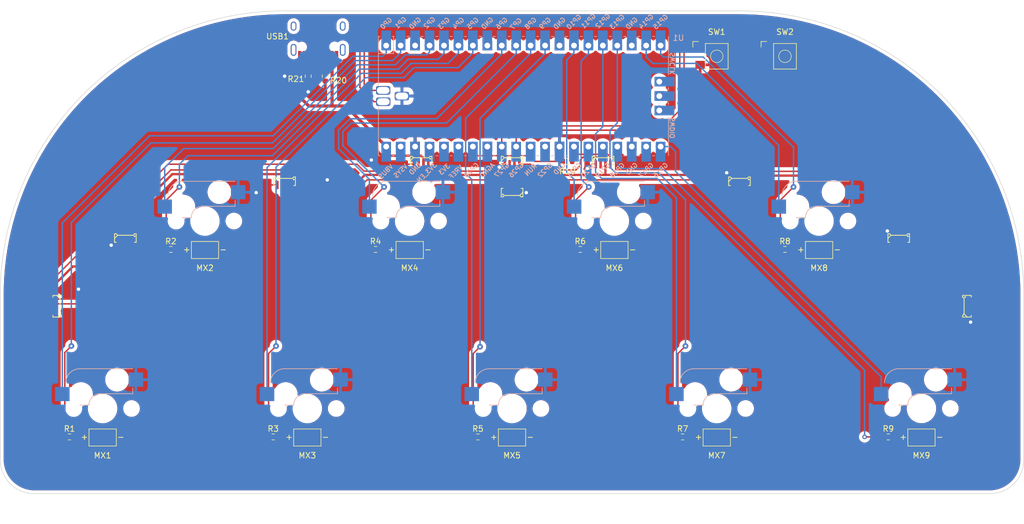
<source format=kicad_pcb>
(kicad_pcb (version 20211014) (generator pcbnew)
  (title_block (title "Pico Controller for Pop'n Music"))
  (layers (0 "F.Cu" signal) (31 "B.Cu" signal) (34 "B.Paste" user) (35 "F.Paste" user) (36 "B.SilkS" user "B.Silkscreen") (37 "F.SilkS" user "F.Silkscreen") (38 "B.Mask" user) (39 "F.Mask" user) (44 "Edge.Cuts" user))
  (net 0 "")
  (net 1 "Net-(LED1-Pad1)")
  (net 2 "GND")
  (net 3 "Net-(LED1-Pad3)")
  (net 4 "+5V")
  (net 5 "Net-(LED2-Pad3)")
  (net 6 "Net-(LED3-Pad3)")
  (net 7 "Net-(LED4-Pad3)")
  (net 8 "Net-(LED5-Pad3)")
  (net 9 "Net-(LED6-Pad3)")
  (net 10 "Net-(LED7-Pad3)")
  (net 11 "Net-(LED8-Pad3)")
  (net 12 "Net-(LED10-Pad1)")
  (net 14 "Net-(MX1-Pad3)")
  (net 15 "Net-(MX1-Pad1)")
  (net 16 "Net-(MX2-Pad3)")
  (net 17 "Net-(MX2-Pad1)")
  (net 18 "Net-(MX3-Pad3)")
  (net 19 "Net-(MX3-Pad1)")
  (net 20 "Net-(MX4-Pad3)")
  (net 21 "Net-(MX4-Pad1)")
  (net 22 "Net-(MX5-Pad3)")
  (net 23 "Net-(MX5-Pad1)")
  (net 24 "Net-(MX6-Pad3)")
  (net 25 "Net-(MX6-Pad1)")
  (net 26 "Net-(MX7-Pad3)")
  (net 27 "Net-(MX7-Pad1)")
  (net 28 "Net-(MX8-Pad3)")
  (net 29 "Net-(MX8-Pad1)")
  (net 30 "Net-(MX9-Pad3)")
  (net 31 "Net-(MX9-Pad1)")
  (net 32 "Net-(R20-Pad1)")
  (net 33 "Net-(R21-Pad1)")
  (net 34 "Net-(R1-Pad1)")
  (net 35 "Net-(R2-Pad1)")
  (net 36 "Net-(R3-Pad1)")
  (net 37 "Net-(R4-Pad1)")
  (net 38 "Net-(R5-Pad1)")
  (net 39 "Net-(R6-Pad1)")
  (net 40 "Net-(R7-Pad1)")
  (net 41 "Net-(R8-Pad1)")
  (net 42 "Net-(U1-Pad24)")
  (net 43 "Net-(R10-Pad1)")
  (net 44 "Net-(SW1-Pad1)")
  (net 45 "Net-(SW2-Pad1)")
  (net 46 "Net-(U1-PadTP2)")
  (net 47 "Net-(U1-PadTP3)")
  (footprint "MX_Only:MXOnly-Popn_Button-Hotswap-LED" (layer "F.Cu") (at 183.32 132.4)
    (fp_text reference "MX7")
    (fp_text value "MX-BUTTON")
  )
  (footprint "agg:WS2812B-4020" (layer "F.Cu") (at 147.32 88.750644)
    (fp_text reference "LED2")
    (fp_text value "WS2812B-4020")
  )
  (footprint "Resistor_SMD:R_0603_1608Metric" (layer "F.Cu") (at 69.495 137.4)
    (fp_text reference "R1")
    (fp_text value "220R")
  )
  (footprint "Resistor_SMD:R_0603_1608Metric" (layer "F.Cu") (at 157.07 88.9)
    (fp_text reference "R10")
    (fp_text value "220R")
  )
  (footprint "Resistor_SMD:R_0603_1608Metric" (layer "F.Cu") (at 195.32 104.4)
    (fp_text reference "R8")
    (fp_text value "220R")
  )
  (footprint "MX_Only:MXOnly-Popn_Button-Hotswap-LED" (layer "F.Cu") (at 219.32 132.4)
    (fp_text reference "MX9")
    (fp_text value "MX-BUTTON")
  )
  (footprint "agg:WS2812B-4020" (layer "F.Cu") (at 187.32 92.4)
    (fp_text reference "LED8")
    (fp_text value "WS2812B-4020")
  )
  (footprint "agg:WS2812B-4020" (layer "F.Cu") (at 163.32 88.750644)
    (fp_text reference "LED1")
    (fp_text value "WS2812B-4020")
  )
  (footprint "Resistor_SMD:R_0603_1608Metric" (layer "F.Cu") (at 159.32 104.4)
    (fp_text reference "R6")
    (fp_text value "220R")
  )
  (footprint "Resistor_SMD:R_0603_1608Metric" (layer "F.Cu") (at 123.32 104.4)
    (fp_text reference "R4")
    (fp_text value "220R")
  )
  (footprint "agg:WS2812B-4020" (layer "F.Cu") (at 147.32 94.4 180)
    (fp_text reference "LED7")
    (fp_text value "WS2812B-4020")
  )
  (footprint "Resistor_SMD:R_0603_1608Metric" (layer "F.Cu") (at 105.32 137.4)
    (fp_text reference "R3")
    (fp_text value "220R")
  )
  (footprint "MX_Only:MXOnly-Popn_Button-Hotswap-LED" (layer "F.Cu") (at 201.32 99.4)
    (fp_text reference "MX8")
    (fp_text value "MX-BUTTON")
  )
  (footprint "agg:WS2812B-4020" (layer "F.Cu") (at 131.32 88.750644)
    (fp_text reference "LED3")
    (fp_text value "WS2812B-4020")
  )
  (footprint "MX_Only:MXOnly-Popn_Button-Hotswap-LED" (layer "F.Cu") (at 75.32 132.4)
    (fp_text reference "MX1")
    (fp_text value "MX-BUTTON")
  )
  (footprint "agg:WS2812B-4020" (layer "F.Cu") (at 79.32 102.4)
    (fp_text reference "LED5")
    (fp_text value "WS2812B-4020")
  )
  (footprint "MX_Only:MXOnly-Popn_Button-Hotswap-LED" (layer "F.Cu") (at 147.32 132.4)
    (fp_text reference "MX5")
    (fp_text value "MX-BUTTON")
  )
  (footprint "MX_Only:MXOnly-Popn_Button-Hotswap-LED" (layer "F.Cu") (at 129.32 99.4)
    (fp_text reference "MX4")
    (fp_text value "MX-BUTTON")
  )
  (footprint "MX_Only:MXOnly-Popn_Button-Hotswap-LED" (layer "F.Cu") (at 165.32 99.4)
    (fp_text reference "MX6")
    (fp_text value "MX-BUTTON")
  )
  (footprint "Resistor_SMD:R_0603_1608Metric" (layer "F.Cu") (at 114.47 73.9 -90)
    (fp_text reference "R20")
    (fp_text value "5K1")
  )
  (footprint "MX_Only:MXOnly-Popn_Button-Hotswap-LED" (layer "F.Cu") (at 93.32 99.4)
    (fp_text reference "MX2")
    (fp_text value "MX-BUTTON")
  )
  (footprint "Resistor_SMD:R_0603_1608Metric" (layer "F.Cu") (at 87.32 104.4)
    (fp_text reference "R2")
    (fp_text value "220R")
  )
  (footprint "Resistor_SMD:R_0603_1608Metric" (layer "F.Cu") (at 111.47 73.9 -90)
    (fp_text reference "R21")
    (fp_text value "5K1")
  )
  (footprint "K2-1102SP-C4SC-04:KAN4542-0701C" (layer "F.Cu") (at 183.32 70.4)
    (fp_text reference "SW1")
    (fp_text value "KAN4542-0701C")
  )
  (footprint "Resistor_SMD:R_0603_1608Metric" (layer "F.Cu") (at 177.32 137.4)
    (fp_text reference "R7")
    (fp_text value "220R")
  )
  (footprint "agg:WS2812B-4020" (layer "F.Cu") (at 67.32 114.4 -90)
    (fp_text reference "LED4")
    (fp_text value "WS2812B-4020")
  )
  (footprint "agg:WS2812B-4020" (layer "F.Cu") (at 227.32 114.4 90)
    (fp_text reference "LED10")
    (fp_text value "WS2812B-4020")
  )
  (footprint "K2-1102SP-C4SC-04:KAN4542-0701C" (layer "F.Cu") (at 195.32 70.4)
    (fp_text reference "SW2")
    (fp_text value "KAN4542-0701C")
  )
  (footprint "agg:WS2812B-4020" (layer "F.Cu") (at 107.32 92.4)
    (fp_text reference "LED6")
    (fp_text value "WS2812B-4020")
  )
  (footprint "MX_Only:MXOnly-Popn_Button-Hotswap-LED" (layer "F.Cu") (at 111.32 132.4)
    (fp_text reference "MX3")
    (fp_text value "MX-BUTTON")
  )
  (footprint "Resistor_SMD:R_0603_1608Metric" (layer "F.Cu") (at 213.495 137.4)
    (fp_text reference "R9")
    (fp_text value "220R")
  )
  (footprint "agg:WS2812B-4020" (layer "F.Cu") (at 215.32 102.4)
    (fp_text reference "LED9")
    (fp_text value "WS2812B-4020")
  )
  (footprint "Resistor_SMD:R_0603_1608Metric" (layer "F.Cu") (at 141.32 137.4)
    (fp_text reference "R5")
    (fp_text value "220R")
  )
  (footprint "Type-C:HRO-TYPE-C-31-M-12-Assembly" (layer "F.Cu") (at 113.22 62.4875 180)
    (fp_text reference "USB1")
    (fp_text value "U262-161N-4BVC11")
  )
  (footprint "MCU_RaspberryPi_and_Boards:RPi_Pico_SMD" (layer "B.Cu") (at 149.32 77.4 -90)
    (fp_text reference "U1")
    (fp_text value "Pico")
  )
  (gr_arc (start 57.32 112.4) (mid 71.964661 77.044661) (end 107.32 62.4) (layer "Edge.Cuts") (width 0.1))
  (gr_line (start 63.32 147.4) (end 231.32 147.4) (layer "Edge.Cuts") (width 0.1))
  (gr_line (start 57.32 112.4) (end 57.32 141.4) (layer "Edge.Cuts") (width 0.1))
  (gr_line (start 237.32 141.4) (end 237.32 112.4) (layer "Edge.Cuts") (width 0.1))
  (gr_arc (start 237.32 141.4) (mid 235.562641 145.642641) (end 231.32 147.4) (layer "Edge.Cuts") (width 0.1))
  (gr_line (start 187.32 62.4) (end 107.32 62.4) (layer "Edge.Cuts") (width 0.1))
  (gr_arc (start 63.32 147.4) (mid 59.077359 145.642641) (end 57.32 141.4) (layer "Edge.Cuts") (width 0.1))
  (gr_arc (start 187.32 62.4) (mid 222.675339 77.044661) (end 237.32 112.4) (layer "Edge.Cuts") (width 0.1))
  (segment (start 164.595 89.400644) (end 164.595 88.100322) (width 0.25) (layer "F.Cu") (net 1))
  (segment (start 164.595 88.100322) (end 164.144678 87.65) (width 0.25) (layer "F.Cu") (net 1))
  (segment (start 157.895 88.075) (end 157.895 88.9) (width 0.25) (layer "F.Cu") (net 1))
  (segment (start 158.32 87.65) (end 157.895 88.075) (width 0.25) (layer "F.Cu") (net 1))
  (segment (start 164.144678 87.65) (end 158.32 87.65) (width 0.25) (layer "F.Cu") (net 1))
  (segment (start 122.57 88.65) (end 123.320644 89.400644) (width 0.25) (layer "F.Cu") (net 2))
  (segment (start 130.27 83.6) (end 129.07 82.4) (width 0.6) (layer "F.Cu") (net 2))
  (segment (start 118.57 76.15) (end 118.57 73.4) (width 0.6) (layer "F.Cu") (net 2))
  (segment (start 145.57 89.4) (end 145.570644 89.400644) (width 0.25) (layer "F.Cu") (net 2))
  (segment (start 149.17 93.75) (end 148.595 93.75) (width 0.25) (layer "F.Cu") (net 2))
  (segment (start 214.045 101.875) (end 214.045 103.05) (width 0.25) (layer "F.Cu") (net 2))
  (segment (start 66.67 113.125) (end 69.345 113.125) (width 0.25) (layer "F.Cu") (net 2))
  (segment (start 106.045 93.05) (end 103.67 93.05) (width 0.25) (layer "F.Cu") (net 2))
  (segment (start 124.82 82.4) (end 118.57 76.15) (width 0.6) (layer "F.Cu") (net 2))
  (segment (start 145.07 89.9) (end 145.57 89.4) (width 0.25) (layer "F.Cu") (net 2))
  (segment (start 129.07 82.4) (end 124.82 82.4) (width 0.6) (layer "F.Cu") (net 2))
  (segment (start 145.570644 89.400644) (end 146.045 89.400644) (width 0.25) (layer "F.Cu") (net 2))
  (segment (start 161.319356 89.400644) (end 160.57 90.15) (width 0.25) (layer "F.Cu") (net 2))
  (segment (start 213.32 101.15) (end 214.045 101.875) (width 0.25) (layer "F.Cu") (net 2))
  (segment (start 162.045 89.400644) (end 161.319356 89.400644) (width 0.25) (layer "F.Cu") (net 2))
  (segment (start 76.82 103.65) (end 77.42 103.05) (width 0.25) (layer "F.Cu") (net 2))
  (segment (start 123.320644 89.400644) (end 130.045 89.400644) (width 0.25) (layer "F.Cu") (net 2))
  (segment (start 69.345 113.125) (end 71.07 111.4) (width 0.25) (layer "F.Cu") (net 2))
  (segment (start 186.045 91.875) (end 185.07 90.9) (width 0.25) (layer "F.Cu") (net 2))
  (segment (start 118.57 73.4) (end 116.445 71.275) (width 0.6) (layer "F.Cu") (net 2))
  (segment (start 77.42 103.05) (end 78.045 103.05) (width 0.25) (layer "F.Cu") (net 2))
  (segment (start 109.995 71.225) (end 108.82 72.4) (width 0.25) (layer "F.Cu") (net 2))
  (segment (start 116.445 71.275) (end 116.445 70.1825) (width 0.6) (layer "F.Cu") (net 2))
  (segment (start 130.27 86.29) (end 130.27 83.6) (width 0.6) (layer "F.Cu") (net 2))
  (segment (start 186.045 93.05) (end 186.045 91.875) (width 0.25) (layer "F.Cu") (net 2))
  (segment (start 108.82 72.4) (end 107.32 73.9) (width 0.25) (layer "F.Cu") (net 2))
  (segment (start 149.82 94.4) (end 149.17 93.75) (width 0.25) (layer "F.Cu") (net 2))
  (segment (start 227.97 115.675) (end 227.97 117.198093) (width 0.25) (layer "F.Cu") (net 2))
  (segment (start 109.995 70.1825) (end 109.995 71.225) (width 0.25) (layer "F.Cu") (net 2))
  (segment (start 103.67 93.05) (end 102.32 94.4) (width 0.25) (layer "F.Cu") (net 2))
  (via (at 76.82 103.65) (size 1) (drill 0.6) (layers "F.Cu" "B.Cu") (net 2))
  (via (at 107.32 73.9) (size 1) (drill 0.6) (layers "F.Cu" "B.Cu") (net 2))
  (via (at 102.32 94.4) (size 1) (drill 0.6) (layers "F.Cu" "B.Cu") (net 2))
  (via (at 122.57 88.65) (size 1) (drill 0.6) (layers "F.Cu" "B.Cu") (net 2))
  (via (at 227.96793 117.200163) (size 1) (drill 0.6) (layers "F.Cu" "B.Cu") (net 2))
  (via (at 149.82 94.4) (size 1) (drill 0.6) (layers "F.Cu" "B.Cu") (net 2))
  (via (at 145.07 89.9) (size 1) (drill 0.6) (layers "F.Cu" "B.Cu") (net 2))
  (via (at 111.47 76.65) (size 1) (drill 0.6) (layers "F.Cu" "B.Cu") (net 2))
  (via (at 160.57 90.15) (size 1) (drill 0.6) (layers "F.Cu" "B.Cu") (net 2))
  (via (at 185.07 90.9) (size 1) (drill 0.6) (layers "F.Cu" "B.Cu") (net 2))
  (via (at 114.82 92.15) (size 1) (drill 0.6) (layers "F.Cu" "B.Cu") (net 2))
  (via (at 213.32 101.15) (size 1) (drill 0.6) (layers "F.Cu" "B.Cu") (net 2))
  (via (at 71.07 111.4) (size 1) (drill 0.6) (layers "F.Cu" "B.Cu") (net 2))
  (segment (start 158.57 90.4) (end 151.57 90.4) (width 0.25) (layer "F.Cu") (net 3))
  (segment (start 162.57 88.15) (end 159.82 88.15) (width 0.25) (layer "F.Cu") (net 3))
  (segment (start 151.57 90.4) (end 150.570644 89.400644) (width 0.25) (layer "F.Cu") (net 3))
  (segment (start 159.32 89.65) (end 158.57 90.4) (width 0.25) (layer "F.Cu") (net 3))
  (segment (start 159.32 88.65) (end 159.32 89.65) (width 0.25) (layer "F.Cu") (net 3))
  (segment (start 162.895 88.475) (end 162.57 88.15) (width 0.25) (layer "F.Cu") (net 3))
  (segment (start 150.570644 89.400644) (end 148.595 89.400644) (width 0.25) (layer "F.Cu") (net 3))
  (segment (start 162.895 89.400644) (end 162.895 88.475) (width 0.25) (layer "F.Cu") (net 3))
  (segment (start 159.82 88.15) (end 159.32 88.65) (width 0.25) (layer "F.Cu") (net 3))
  (segment (start 118.05 79.15) (end 125.19 86.29) (width 0.55) (layer "F.Cu") (net 4))
  (segment (start 229.57 112.65) (end 229.57 113.65) (width 0.4) (layer "F.Cu") (net 4))
  (segment (start 70.07 107.4) (end 65.07 112.4) (width 0.4) (layer "F.Cu") (net 4))
  (segment (start 108.57 95.15) (end 107.745 94.325) (width 0.4) (layer "F.Cu") (net 4))
  (segment (start 163.692779 91.277221) (end 180.692779 91.277221) (width 0.4) (layer "F.Cu") (net 4))
  (segment (start 163.692779 91.277221) (end 147.692779 91.277221) (width 0.4) (layer "F.Cu") (net 4))
  (segment (start 146.895 91.9) (end 146.895 93.75) (width 0.4) (layer "F.Cu") (net 4))
  (segment (start 147.692779 91.277221) (end 147.442779 91.277221) (width 0.4) (layer "F.Cu") (net 4))
  (segment (start 229.245 113.975) (end 227.97 113.975) (width 0.4) (layer "F.Cu") (net 4))
  (segment (start 187.745 91.85) (end 188.195 91.4) (width 0.4) (layer "F.Cu") (net 4))
  (segment (start 111.32 78.9) (end 111.57 79.15) (width 0.55) (layer "F.Cu") (net 4))
  (segment (start 76.57 107.4) (end 70.07 107.4) (width 0.4) (layer "F.Cu") (net 4))
  (segment (start 115.67 70.1825) (end 115.67 79.15) (width 0.55) (layer "F.Cu") (net 4))
  (segment (start 220.57 112.15) (end 229.07 112.15) (width 0.4) (layer "F.Cu") (net 4))
  (segment (start 163.745 91.225) (end 163.692779 91.277221) (width 0.4) (layer "F.Cu") (net 4))
  (segment (start 215.745 95.825) (end 215.745 103.05) (width 0.4) (layer "F.Cu") (net 4))
  (segment (start 125.19 86.29) (end 125.19 87.52) (width 0.4) (layer "F.Cu") (net 4))
  (segment (start 187.745 93.05) (end 187.745 91.85) (width 0.4) (layer "F.Cu") (net 4))
  (segment (start 107.745 93.05) (end 107.745 91.575) (width 0.4) (layer "F.Cu") (net 4))
  (segment (start 87.57 91.15) (end 79.745 98.975) (width 0.4) (layer "F.Cu") (net 4))
  (segment (start 229.07 112.15) (end 229.57 112.65) (width 0.4) (layer "F.Cu") (net 4))
  (segment (start 163.745 89.400644) (end 163.745 91.225) (width 0.4) (layer "F.Cu") (net 4))
  (segment (start 111.57 79.15) (end 118.07 79.15) (width 0.55) (layer "F.Cu") (net 4))
  (segment (start 211.32 91.4) (end 215.745 95.825) (width 0.4) (layer "F.Cu") (net 4))
  (segment (start 117.57 95.15) (end 108.57 95.15) (width 0.4) (layer "F.Cu") (net 4))
  (segment (start 110.77 71.7) (end 110.77 70.1825) (width 0.55) (layer "F.Cu") (net 4))
  (segment (start 121.442779 91.277221) (end 117.57 95.15) (width 0.4) (layer "F.Cu") (net 4))
  (segment (start 147.745 91.225) (end 147.692779 91.277221) (width 0.25) (layer "F.Cu") (net 4))
  (segment (start 180.692779 91.277221) (end 180.697221 91.277221) (width 0.4) (layer "F.Cu") (net 4))
  (segment (start 107.745 94.325) (end 107.745 93.05) (width 0.4) (layer "F.Cu") (net 4))
  (segment (start 79.745 104.225) (end 76.57 107.4) (width 0.4) (layer "F.Cu") (net 4))
  (segment (start 187.32 94.65) (end 187.745 94.225) (width 0.4) (layer "F.Cu") (net 4))
  (segment (start 188.195 91.4) (end 211.32 91.4) (width 0.4) (layer "F.Cu") (net 4))
  (segment (start 109.57 77.15) (end 109.57 72.9) (width 0.55) (layer "F.Cu") (net 4))
  (segment (start 147.745 89.400644) (end 147.745 91.225) (width 0.4) (layer "F.Cu") (net 4))
  (segment (start 229.57 113.65) (end 229.245 113.975) (width 0.4) (layer "F.Cu") (net 4))
  (segment (start 125.57 87.9) (end 131.32 87.9) (width 0.4) (layer "F.Cu") (net 4))
  (segment (start 187.745 94.225) (end 187.745 93.05) (width 0.4) (layer "F.Cu") (net 4))
  (segment (start 65.07 114.4) (end 65.495 114.825) (width 0.4) (layer "F.Cu") (net 4))
  (segment (start 131.745 88.325) (end 131.745 89.400644) (width 0.4) (layer "F.Cu") (net 4))
  (segment (start 125.19 87.52) (end 125.57 87.9) (width 0.4) (layer "F.Cu") (net 4))
  (segment (start 215.745 107.325) (end 220.57 112.15) (width 0.4) (layer "F.Cu") (net 4))
  (segment (start 131.32 87.9) (end 131.745 88.325) (width 0.4) (layer "F.Cu") (net 4))
  (segment (start 111.32 78.9) (end 109.57 77.15) (width 0.55) (layer "F.Cu") (net 4))
  (segment (start 109.57 72.9) (end 110.77 71.7) (width 0.55) (layer "F.Cu") (net 4))
  (segment (start 107.32 91.15) (end 87.57 91.15) (width 0.4) (layer "F.Cu") (net 4))
  (segment (start 184.07 94.65) (end 187.32 94.65) (width 0.4) (layer "F.Cu") (net 4))
  (segment (start 107.745 91.575) (end 107.32 91.15) (width 0.4) (layer "F.Cu") (net 4))
  (segment (start 147.442779 91.277221) (end 146.82 91.9) (width 0.4) (layer "F.Cu") (net 4))
  (segment (start 65.495 114.825) (end 66.67 114.825) (width 0.4) (layer "F.Cu") (net 4))
  (segment (start 79.745 98.975) (end 79.745 103.05) (width 0.4) (layer "F.Cu") (net 4))
  (segment (start 180.697221 91.277221) (end 184.07 94.65) (width 0.4) (layer "F.Cu") (net 4))
  (segment (start 79.745 103.05) (end 79.745 104.225) (width 0.4) (layer "F.Cu") (net 4))
  (segment (start 146.82 91.9) (end 144.32 91.9) (width 0.4) (layer "F.Cu") (net 4))
  (segment (start 143.697221 91.277221) (end 121.442779 91.277221) (width 0.4) (layer "F.Cu") (net 4))
  (segment (start 65.07 112.4) (end 65.07 114.4) (width 0.4) (layer "F.Cu") (net 4))
  (segment (start 131.745 89.400644) (end 131.745 91.225) (width 0.4) (layer "F.Cu") (net 4))
  (segment (start 144.32 91.9) (end 143.697221 91.277221) (width 0.4) (layer "F.Cu") (net 4))
  (segment (start 215.745 103.05) (end 215.745 107.325) (width 0.4) (layer "F.Cu") (net 4))
  (segment (start 144.16015 90.624455) (end 132.827305 90.624455) (width 0.25) (layer "F.Cu") (net 5))
  (segment (start 146.895 89.400644) (end 146.895 90.575) (width 0.25) (layer "F.Cu") (net 5))
  (segment (start 132.595 90.39215) (end 132.595 89.400644) (width 0.25) (layer "F.Cu") (net 5))
  (segment (start 132.827305 90.624455) (end 132.595 90.39215) (width 0.25) (layer "F.Cu") (net 5))
  (segment (start 144.685695 91.15) (end 144.16015 90.624455) (width 0.25) (layer "F.Cu") (net 5))
  (segment (start 146.32 91.15) (end 144.685695 91.15) (width 0.25) (layer "F.Cu") (net 5))
  (segment (start 146.895 90.575) (end 146.32 91.15) (width 0.25) (layer "F.Cu") (net 5))
  (segment (start 120.07 89.4) (end 86.82 89.4) (width 0.25) (layer "F.Cu") (net 6))
  (segment (start 64.32 111.9) (end 64.32 115.025) (width 0.25) (layer "F.Cu") (net 6))
  (segment (start 64.97 115.675) (end 66.67 115.675) (width 0.25) (layer "F.Cu") (net 6))
  (segment (start 130.895 90.352357) (end 130.633127 90.61423) (width 0.25) (layer "F.Cu") (net 6))
  (segment (start 64.32 115.025) (end 64.97 115.675) (width 0.25) (layer "F.Cu") (net 6))
  (segment (start 130.633127 90.61423) (end 121.28423 90.61423) (width 0.25) (layer "F.Cu") (net 6))
  (segment (start 130.895 89.400644) (end 130.895 90.352357) (width 0.25) (layer "F.Cu") (net 6))
  (segment (start 86.82 89.4) (end 64.32 111.9) (width 0.25) (layer "F.Cu") (net 6))
  (segment (start 121.28423 90.61423) (end 120.07 89.4) (width 0.25) (layer "F.Cu") (net 6))
  (segment (start 80.595 103.05) (end 80.595 104.375) (width 0.25) (layer "F.Cu") (net 7))
  (segment (start 70.995 113.975) (end 66.67 113.975) (width 0.25) (layer "F.Cu") (net 7))
  (segment (start 80.595 104.375) (end 70.995 113.975) (width 0.25) (layer "F.Cu") (net 7))
  (segment (start 78.895 98.825) (end 78.895 103.05) (width 0.25) (layer "F.Cu") (net 8))
  (segment (start 108.57 92.509817) (end 108.57 91.4) (width 0.25) (layer "F.Cu") (net 8))
  (segment (start 107.57 90.4) (end 87.32 90.4) (width 0.25) (layer "F.Cu") (net 8))
  (segment (start 108.595 92.534817) (end 108.57 92.509817) (width 0.25) (layer "F.Cu") (net 8))
  (segment (start 108.595 93.05) (end 108.595 92.534817) (width 0.25) (layer "F.Cu") (net 8))
  (segment (start 108.57 91.4) (end 107.57 90.4) (width 0.25) (layer "F.Cu") (net 8))
  (segment (start 87.32 90.4) (end 78.895 98.825) (width 0.25) (layer "F.Cu") (net 8))
  (segment (start 143.373059 92.15) (end 121.82 92.15) (width 0.25) (layer "F.Cu") (net 9))
  (segment (start 144.973059 93.75) (end 143.373059 92.15) (width 0.25) (layer "F.Cu") (net 9))
  (segment (start 106.895 94.475) (end 106.895 93.05) (width 0.25) (layer "F.Cu") (net 9))
  (segment (start 118.07 95.9) (end 108.32 95.9) (width 0.25) (layer "F.Cu") (net 9))
  (segment (start 121.82 92.15) (end 118.07 95.9) (width 0.25) (layer "F.Cu") (net 9))
  (segment (start 146.045 93.75) (end 144.973059 93.75) (width 0.25) (layer "F.Cu") (net 9))
  (segment (start 108.32 95.9) (end 106.895 94.475) (width 0.25) (layer "F.Cu") (net 9))
  (segment (start 147.745 93.75) (end 147.745 92.475) (width 0.25) (layer "F.Cu") (net 10))
  (segment (start 180.57 92.15) (end 183.82 95.4) (width 0.25) (layer "F.Cu") (net 10))
  (segment (start 183.82 95.4) (end 187.82 95.4) (width 0.25) (layer "F.Cu") (net 10))
  (segment (start 148.07 92.15) (end 180.57 92.15) (width 0.25) (layer "F.Cu") (net 10))
  (segment (start 188.595 94.625) (end 188.595 93.05) (width 0.25) (layer "F.Cu") (net 10))
  (segment (start 187.82 95.4) (end 188.595 94.625) (width 0.25) (layer "F.Cu") (net 10))
  (segment (start 147.745 92.475) (end 148.07 92.15) (width 0.25) (layer "F.Cu") (net 10))
  (segment (start 216.595 95.675) (end 211.57 90.65) (width 0.25) (layer "F.Cu") (net 11))
  (segment (start 186.895 91.325) (end 186.895 93.05) (width 0.25) (layer "F.Cu") (net 11))
  (segment (start 216.595 103.05) (end 216.595 95.675) (width 0.25) (layer "F.Cu") (net 11))
  (segment (start 187.57 90.65) (end 186.895 91.325) (width 0.25) (layer "F.Cu") (net 11))
  (segment (start 211.57 90.65) (end 187.57 90.65) (width 0.25) (layer "F.Cu") (net 11))
  (segment (start 220.295 113.125) (end 227.97 113.125) (width 0.25) (layer "F.Cu") (net 12))
  (segment (start 214.895 103.05) (end 214.895 107.725) (width 0.25) (layer "F.Cu") (net 12))
  (segment (start 214.895 107.725) (end 220.295 113.125) (width 0.25) (layer "F.Cu") (net 12))
  (segment (start 70.4 137.48) (end 70.32 137.4) (width 0.25) (layer "F.Cu") (net 14))
  (segment (start 73.82 137.48) (end 70.4 137.48) (width 0.25) (layer "F.Cu") (net 14))
  (segment (start 125.19 68.51) (end 125.19 69.78) (width 0.25) (layer "B.Cu") (net 15))
  (segment (start 83.57 84.4) (end 68.235 99.735) (width 0.25) (layer "B.Cu") (net 15))
  (segment (start 68.235 99.735) (end 68.235 129.86) (width 0.25) (layer "B.Cu") (net 15))
  (segment (start 105.32 84.4) (end 83.57 84.4) (width 0.25) (layer "B.Cu") (net 15))
  (segment (start 119.32 70.4) (end 105.32 84.4) (width 0.25) (layer "B.Cu") (net 15))
  (segment (start 125.19 69.78) (end 124.57 70.4) (width 0.25) (layer "B.Cu") (net 15))
  (segment (start 124.57 70.4) (end 119.32 70.4) (width 0.25) (layer "B.Cu") (net 15))
  (segment (start 88.225 104.48) (end 88.145 104.4) (width 0.25) (layer "F.Cu") (net 16))
  (segment (start 91.82 104.48) (end 88.225 104.48) (width 0.25) (layer "F.Cu") (net 16))
  (segment (start 105.32 86.65) (end 89.57 86.65) (width 0.25) (layer "B.Cu") (net 17))
  (segment (start 86.235 89.985) (end 86.235 96.86) (width 0.25) (layer "B.Cu") (net 17))
  (segment (start 120.07 71.9) (end 105.32 86.65) (width 0.25) (layer "B.Cu") (net 17))
  (segment (start 132.81 69.66) (end 132.32 70.15) (width 0.25) (layer "B.Cu") (net 17))
  (segment (start 128.57 70.15) (end 126.82 71.9) (width 0.25) (layer "B.Cu") (net 17))
  (segment (start 132.32 70.15) (end 128.57 70.15) (width 0.25) (layer "B.Cu") (net 17))
  (segment (start 126.82 71.9) (end 120.07 71.9) (width 0.25) (layer "B.Cu") (net 17))
  (segment (start 89.57 86.65) (end 86.235 89.985) (width 0.25) (layer "B.Cu") (net 17))
  (segment (start 132.81 68.51) (end 132.81 69.66) (width 0.25) (layer "B.Cu") (net 17))
  (segment (start 109.82 137.48) (end 106.225 137.48) (width 0.25) (layer "F.Cu") (net 18))
  (segment (start 106.225 137.48) (end 106.145 137.4) (width 0.25) (layer "F.Cu") (net 18))
  (segment (start 129.57 71.65) (end 127.82 73.4) (width 0.25) (layer "B.Cu") (net 19))
  (segment (start 127.82 73.4) (end 120.82 73.4) (width 0.25) (layer "B.Cu") (net 19))
  (segment (start 136.07 71.65) (end 129.57 71.65) (width 0.25) (layer "B.Cu") (net 19))
  (segment (start 104.235 89.985) (end 104.235 129.86) (width 0.25) (layer "B.Cu") (net 19))
  (segment (start 120.82 73.4) (end 104.235 89.985) (width 0.25) (layer "B.Cu") (net 19))
  (segment (start 137.89 69.83) (end 136.07 71.65) (width 0.25) (layer "B.Cu") (net 19))
  (segment (start 137.89 68.51) (end 137.89 69.83) (width 0.25) (layer "B.Cu") (net 19))
  (segment (start 124.225 104.48) (end 124.145 104.4) (width 0.25) (layer "F.Cu") (net 20))
  (segment (start 127.82 104.48) (end 124.225 104.48) (width 0.25) (layer "F.Cu") (net 20))
  (segment (start 122.235 92.065) (end 122.235 96.86) (width 0.25) (layer "B.Cu") (net 21))
  (segment (start 145.51 69.96) (end 134.07 81.4) (width 0.25) (layer "B.Cu") (net 21))
  (segment (start 118.82 81.4) (end 116.82 83.4) (width 0.25) (layer "B.Cu") (net 21))
  (segment (start 134.07 81.4) (end 118.82 81.4) (width 0.25) (layer "B.Cu") (net 21))
  (segment (start 116.82 86.65) (end 122.235 92.065) (width 0.25) (layer "B.Cu") (net 21))
  (segment (start 145.51 68.51) (end 145.51 69.96) (width 0.25) (layer "B.Cu") (net 21))
  (segment (start 116.82 83.4) (end 116.82 86.65) (width 0.25) (layer "B.Cu") (net 21))
  (segment (start 142.225 137.48) (end 142.145 137.4) (width 0.25) (layer "F.Cu") (net 22))
  (segment (start 145.82 137.48) (end 142.225 137.48) (width 0.25) (layer "F.Cu") (net 22))
  (segment (start 139.158418 90.988418) (end 140.235 92.065) (width 0.25) (layer "B.Cu") (net 23))
  (segment (start 140.235 92.065) (end 140.235 129.86) (width 0.25) (layer "B.Cu") (net 23))
  (segment (start 150.59 69.88) (end 139.158418 81.311582) (width 0.25) (layer "B.Cu") (net 23))
  (segment (start 150.59 68.51) (end 150.59 69.88) (width 0.25) (layer "B.Cu") (net 23))
  (segment (start 139.158418 81.311582) (end 139.158418 90.988418) (width 0.25) (layer "B.Cu") (net 23))
  (segment (start 160.225 104.48) (end 160.145 104.4) (width 0.25) (layer "F.Cu") (net 24))
  (segment (start 163.82 104.48) (end 160.225 104.48) (width 0.25) (layer "F.Cu") (net 24))
  (segment (start 156.938388 71.031612) (end 156.938388 90.768388) (width 0.25) (layer "B.Cu") (net 25))
  (segment (start 156.938388 90.768388) (end 158.235 92.065) (width 0.25) (layer "B.Cu") (net 25))
  (segment (start 158.21 69.76) (end 156.938388 71.031612) (width 0.25) (layer "B.Cu") (net 25))
  (segment (start 158.235 92.065) (end 158.235 96.86) (width 0.25) (layer "B.Cu") (net 25))
  (segment (start 158.21 68.51) (end 158.21 69.76) (width 0.25) (layer "B.Cu") (net 25))
  (segment (start 181.82 137.48) (end 178.225 137.48) (width 0.25) (layer "F.Cu") (net 26))
  (segment (start 178.225 137.48) (end 178.145 137.4) (width 0.25) (layer "F.Cu") (net 26))
  (segment (start 176.235 95.315) (end 176.235 129.86) (width 0.25) (layer "B.Cu") (net 27))
  (segment (start 163.29 68.51) (end 163.29 82.775) (width 0.25) (layer "B.Cu") (net 27))
  (segment (start 163.081 91.9) (end 172.82 91.9) (width 0.25) (layer "B.Cu") (net 27))
  (segment (start 162.009966 84.055034) (end 162.009966 90.828966) (width 0.25) (layer "B.Cu") (net 27))
  (segment (start 163.29 82.775) (end 162.009966 84.055034) (width 0.25) (layer "B.Cu") (net 27))
  (segment (start 162.009966 90.828966) (end 163.081 91.9) (width 0.25) (layer "B.Cu") (net 27))
  (segment (start 172.82 91.9) (end 176.235 95.315) (width 0.25) (layer "B.Cu") (net 27))
  (segment (start 199.82 104.48) (end 196.225 104.48) (width 0.25) (layer "F.Cu") (net 28))
  (segment (start 196.225 104.48) (end 196.145 104.4) (width 0.25) (layer "F.Cu") (net 28))
  (segment (start 179.82 71.65) (end 194.235 86.065) (width 0.25) (layer "B.Cu") (net 29))
  (segment (start 194.235 86.065) (end 194.235 96.86) (width 0.25) (layer "B.Cu") (net 29))
  (segment (start 172.07 71.65) (end 170.91 70.49) (width 0.25) (layer "B.Cu") (net 29))
  (segment (start 170.91 70.49) (end 170.91 68.51) (width 0.25) (layer "B.Cu") (net 29))
  (segment (start 179.82 71.65) (end 172.07 71.65) (width 0.25) (layer "B.Cu") (net 29))
  (segment (start 214.4 137.48) (end 214.32 137.4) (width 0.25) (layer "F.Cu") (net 30))
  (segment (start 217.82 137.48) (end 214.4 137.48) (width 0.25) (layer "F.Cu") (net 30))
  (segment (start 173.45 86.29) (end 175.21 86.29) (width 0.25) (layer "B.Cu") (net 31))
  (segment (start 176.07 87.15) (end 176.07 90.65) (width 0.25) (layer "B.Cu") (net 31))
  (segment (start 176.07 90.65) (end 212.235 126.815) (width 0.25) (layer "B.Cu") (net 31))
  (segment (start 175.21 86.29) (end 176.07 87.15) (width 0.25) (layer "B.Cu") (net 31))
  (segment (start 212.235 126.815) (end 212.235 129.86) (width 0.25) (layer "B.Cu") (net 31))
  (segment (start 114.47 73.075) (end 114.47 70.1825) (width 0.25) (layer "F.Cu") (net 32))
  (segment (start 111.47 73.075) (end 111.47 70.1825) (width 0.25) (layer "F.Cu") (net 33))
  (segment (start 68.67 122.55) (end 68.67 137.4) (width 0.25) (layer "F.Cu") (net 34))
  (segment (start 69.82 121.4) (end 68.67 122.55) (width 0.25) (layer "F.Cu") (net 34))
  (via (at 69.82 121.4) (size 1) (drill 0.4) (layers "F.Cu" "B.Cu") (net 34))
  (segment (start 69.82 121.4) (end 69.82 99.65) (width 0.25) (layer "B.Cu") (net 34))
  (segment (start 126.32 71.15) (end 127.73 69.74) (width 0.25) (layer "B.Cu") (net 34))
  (segment (start 83.82 85.65) (end 105.195 85.65) (width 0.25) (layer "B.Cu") (net 34))
  (segment (start 127.73 69.74) (end 127.73 68.51) (width 0.25) (layer "B.Cu") (net 34))
  (segment (start 105.195 85.65) (end 119.695 71.15) (width 0.25) (layer "B.Cu") (net 34))
  (segment (start 119.695 71.15) (end 126.32 71.15) (width 0.25) (layer "B.Cu") (net 34))
  (segment (start 69.82 99.65) (end 83.82 85.65) (width 0.25) (layer "B.Cu") (net 34))
  (segment (start 86.495 95.725) (end 88.82 93.4) (width 0.25) (layer "F.Cu") (net 35))
  (segment (start 86.495 104.4) (end 86.495 95.725) (width 0.25) (layer "F.Cu") (net 35))
  (via (at 88.82 93.4) (size 1) (drill 0.4) (layers "F.Cu" "B.Cu") (net 35))
  (segment (start 120.445 72.65) (end 105.195 87.9) (width 0.25) (layer "B.Cu") (net 35))
  (segment (start 88.82 89.4) (end 88.82 93.4) (width 0.25) (layer "B.Cu") (net 35))
  (segment (start 105.195 87.9) (end 90.32 87.9) (width 0.25) (layer "B.Cu") (net 35))
  (segment (start 135.35 68.51) (end 135.35 69.87) (width 0.25) (layer "B.Cu") (net 35))
  (segment (start 134.32 70.9) (end 129.07 70.9) (width 0.25) (layer "B.Cu") (net 35))
  (segment (start 90.32 87.9) (end 88.82 89.4) (width 0.25) (layer "B.Cu") (net 35))
  (segment (start 129.07 70.9) (end 127.32 72.65) (width 0.25) (layer "B.Cu") (net 35))
  (segment (start 127.32 72.65) (end 120.445 72.65) (width 0.25) (layer "B.Cu") (net 35))
  (segment (start 135.35 69.87) (end 134.32 70.9) (width 0.25) (layer "B.Cu") (net 35))
  (segment (start 105.82 121.4) (end 104.495 122.725) (width 0.25) (layer "F.Cu") (net 36))
  (segment (start 104.495 122.725) (end 104.495 137.4) (width 0.25) (layer "F.Cu") (net 36))
  (via (at 105.82 121.4) (size 1) (drill 0.4) (layers "F.Cu" "B.Cu") (net 36))
  (segment (start 128.32 74.15) (end 130.07 72.4) (width 0.25) (layer "B.Cu") (net 36))
  (segment (start 121.57 74.15) (end 128.32 74.15) (width 0.25) (layer "B.Cu") (net 36))
  (segment (start 130.07 72.4) (end 137.82 72.4) (width 0.25) (layer "B.Cu") (net 36))
  (segment (start 140.43 69.79) (end 140.43 68.51) (width 0.25) (layer "B.Cu") (net 36))
  (segment (start 105.82 121.4) (end 105.82 89.9) (width 0.25) (layer "B.Cu") (net 36))
  (segment (start 105.82 89.9) (end 121.57 74.15) (width 0.25) (layer "B.Cu") (net 36))
  (segment (start 137.82 72.4) (end 140.43 69.79) (width 0.25) (layer "B.Cu") (net 36))
  (segment (start 122.495 104.4) (end 122.495 95.725) (width 0.25) (layer "F.Cu") (net 37))
  (segment (start 122.495 95.725) (end 124.82 93.4) (width 0.25) (layer "F.Cu") (net 37))
  (via (at 124.82 93.4) (size 1) (drill 0.4) (layers "F.Cu" "B.Cu") (net 37))
  (segment (start 148.05 68.51) (end 148.05 69.92) (width 0.25) (layer "B.Cu") (net 37))
  (segment (start 119.07 82.15) (end 117.57 83.65) (width 0.25) (layer "B.Cu") (net 37))
  (segment (start 135.82 82.15) (end 119.07 82.15) (width 0.25) (layer "B.Cu") (net 37))
  (segment (start 117.57 83.65) (end 117.57 86.15) (width 0.25) (layer "B.Cu") (net 37))
  (segment (start 148.05 69.92) (end 135.82 82.15) (width 0.25) (layer "B.Cu") (net 37))
  (segment (start 117.57 86.15) (end 124.82 93.4) (width 0.25) (layer "B.Cu") (net 37))
  (segment (start 140.495 122.723364) (end 140.495 137.4) (width 0.25) (layer "F.Cu") (net 38))
  (segment (start 141.694182 121.524182) (end 140.495 122.723364) (width 0.25) (layer "F.Cu") (net 38))
  (via (at 141.694182 121.524182) (size 1) (drill 0.4) (layers "F.Cu" "B.Cu") (net 38))
  (segment (start 141.694182 121.524182) (end 141.694182 81.337519) (width 0.25) (layer "B.Cu") (net 38))
  (segment (start 141.694182 81.337519) (end 153.13 69.901701) (width 0.25) (layer "B.Cu") (net 38))
  (segment (start 153.13 69.901701) (end 153.13 68.51) (width 0.25) (layer "B.Cu") (net 38))
  (segment (start 158.495 95.725) (end 160.82 93.4) (width 0.25) (layer "F.Cu") (net 39))
  (segment (start 158.495 104.4) (end 158.495 95.725) (width 0.25) (layer "F.Cu") (net 39))
  (via (at 160.82 93.4) (size 1) (drill 0.4) (layers "F.Cu" "B.Cu") (net 39))
  (segment (start 159.475807 71.244193) (end 159.475807 92.055807) (width 0.25) (layer "B.Cu") (net 39))
  (segment (start 159.475807 92.055807) (end 160.82 93.4) (width 0.25) (layer "B.Cu") (net 39))
  (segment (start 160.75 68.51) (end 160.75 69.97) (width 0.25) (layer "B.Cu") (net 39))
  (segment (start 160.75 69.97) (end 159.475807 71.244193) (width 0.25) (layer "B.Cu") (net 39))
  (segment (start 176.495 122.725) (end 176.495 137.4) (width 0.25) (layer "F.Cu") (net 40))
  (segment (start 177.82 121.4) (end 176.495 122.725) (width 0.25) (layer "F.Cu") (net 40))
  (via (at 177.82 121.4) (size 1) (drill 0.4) (layers "F.Cu" "B.Cu") (net 40))
  (segment (start 164.545114 83.424886) (end 164.545114 89.935114) (width 0.25) (layer "B.Cu") (net 40))
  (segment (start 165.51 90.9) (end 173.07 90.9) (width 0.25) (layer "B.Cu") (net 40))
  (segment (start 165.83 82.14) (end 164.545114 83.424886) (width 0.25) (layer "B.Cu") (net 40))
  (segment (start 165.83 68.51) (end 165.83 82.14) (width 0.25) (layer "B.Cu") (net 40))
  (segment (start 164.545114 89.935114) (end 165.51 90.9) (width 0.25) (layer "B.Cu") (net 40))
  (segment (start 177.82 95.65) (end 177.82 121.4) (width 0.25) (layer "B.Cu") (net 40))
  (segment (start 173.07 90.9) (end 177.82 95.65) (width 0.25) (layer "B.Cu") (net 40))
  (segment (start 194.495 104.4) (end 194.495 95.725) (width 0.25) (layer "F.Cu") (net 41))
  (segment (start 194.495 95.725) (end 196.82 93.4) (width 0.25) (layer "F.Cu") (net 41))
  (via (at 196.82 93.4) (size 1) (drill 0.4) (layers "F.Cu" "B.Cu") (net 41))
  (segment (start 173.45 70.03) (end 173.45 68.51) (width 0.25) (layer "B.Cu") (net 41))
  (segment (start 196.82 86.4) (end 196.82 93.4) (width 0.25) (layer "B.Cu") (net 41))
  (segment (start 173.945 70.525) (end 173.45 70.03) (width 0.25) (layer "B.Cu") (net 41))
  (segment (start 180.945 70.525) (end 173.945 70.525) (width 0.25) (layer "B.Cu") (net 41))
  (segment (start 180.945 70.525) (end 196.82 86.4) (width 0.25) (layer "B.Cu") (net 41))
  (segment (start 212.67 137.4) (end 209.32 137.4) (width 0.25) (layer "F.Cu") (net 42))
  (via (at 209.32 137.4) (size 0.8) (drill 0.4) (layers "F.Cu" "B.Cu") (net 42))
  (segment (start 165.83 89.315) (end 165.83 86.29) (width 0.25) (layer "B.Cu") (net 42))
  (segment (start 209.32 137.4) (end 209.32 125.65) (width 0.25) (layer "B.Cu") (net 42))
  (segment (start 173.82 90.15) (end 166.665 90.15) (width 0.25) (layer "B.Cu") (net 42))
  (segment (start 209.32 125.65) (end 173.82 90.15) (width 0.25) (layer "B.Cu") (net 42))
  (segment (start 166.665 90.15) (end 165.83 89.315) (width 0.25) (layer "B.Cu") (net 42))
  (segment (start 141.07 87.9) (end 150.32 87.9) (width 0.25) (layer "F.Cu") (net 43))
  (segment (start 140.43 87.26) (end 141.07 87.9) (width 0.25) (layer "F.Cu") (net 43))
  (segment (start 150.32 87.9) (end 151.32 88.9) (width 0.25) (layer "F.Cu") (net 43))
  (segment (start 151.32 88.9) (end 156.245 88.9) (width 0.25) (layer "F.Cu") (net 43))
  (segment (start 140.43 86.29) (end 140.43 87.26) (width 0.25) (layer "F.Cu") (net 43))
  (segment (start 180.395 68.9) (end 178.32 68.9) (width 0.25) (layer "F.Cu") (net 44))
  (segment (start 180.395 68.9) (end 186.245 68.9) (width 0.25) (layer "F.Cu") (net 44))
  (segment (start 174.32 83.4) (end 148.82 83.4) (width 0.25) (layer "F.Cu") (net 44))
  (segment (start 177.57 80.15) (end 174.32 83.4) (width 0.25) (layer "F.Cu") (net 44))
  (segment (start 178.32 68.9) (end 177.57 69.65) (width 0.25) (layer "F.Cu") (net 44))
  (segment (start 148.82 83.4) (end 148.05 84.17) (width 0.25) (layer "F.Cu") (net 44))
  (segment (start 148.05 84.17) (end 148.05 86.225) (width 0.25) (layer "F.Cu") (net 44))
  (segment (start 177.57 69.65) (end 177.57 80.15) (width 0.25) (layer "F.Cu") (net 44))
  (segment (start 147.07 82.65) (end 145.51 84.21) (width 0.25) (layer "F.Cu") (net 45))
  (segment (start 192.395 67.225) (end 191.82 66.65) (width 0.25) (layer "F.Cu") (net 45))
  (segment (start 179.07 66.65) (end 176.82 68.9) (width 0.25) (layer "F.Cu") (net 45))
  (segment (start 192.395 68.9) (end 192.395 67.225) (width 0.25) (layer "F.Cu") (net 45))
  (segment (start 174.07 82.65) (end 147.07 82.65) (width 0.25) (layer "F.Cu") (net 45))
  (segment (start 192.395 68.9) (end 198.245 68.9) (width 0.25) (layer "F.Cu") (net 45))
  (segment (start 176.82 68.9) (end 176.82 79.9) (width 0.25) (layer "F.Cu") (net 45))
  (segment (start 176.82 79.9) (end 174.07 82.65) (width 0.25) (layer "F.Cu") (net 45))
  (segment (start 145.51 84.21) (end 145.51 86.225) (width 0.25) (layer "F.Cu") (net 45))
  (segment (start 191.82 66.65) (end 179.07 66.65) (width 0.25) (layer "F.Cu") (net 45))
  (segment (start 113.691876 71.788621) (end 113.97 71.510497) (width 0.25) (layer "F.Cu") (net 46))
  (segment (start 124.67 78.4) (end 123.07 78.4) (width 0.25) (layer "F.Cu") (net 46))
  (segment (start 113.97 71.510497) (end 113.97 70.1825) (width 0.25) (layer "F.Cu") (net 46))
  (segment (start 113.208621 71.788621) (end 113.691876 71.788621) (width 0.25) (layer "F.Cu") (net 46))
  (segment (start 120.57 75.9) (end 120.57 68.9) (width 0.25) (layer "F.Cu") (net 46))
  (segment (start 123.07 78.4) (end 120.57 75.9) (width 0.25) (layer "F.Cu") (net 46))
  (segment (start 113.97 68.25) (end 113.97 70.1825) (width 0.25) (layer "F.Cu") (net 46))
  (segment (start 119.07 67.4) (end 114.82 67.4) (width 0.25) (layer "F.Cu") (net 46))
  (segment (start 112.97 70.1825) (end 112.97 71.55) (width 0.25) (layer "F.Cu") (net 46))
  (segment (start 114.82 67.4) (end 113.97 68.25) (width 0.25) (layer "F.Cu") (net 46))
  (segment (start 120.57 68.9) (end 119.07 67.4) (width 0.25) (layer "F.Cu") (net 46))
  (segment (start 112.97 71.55) (end 113.208621 71.788621) (width 0.25) (layer "F.Cu") (net 46))
  (segment (start 114.72 66.65) (end 113.845 67.525) (width 0.25) (layer "F.Cu") (net 47))
  (segment (start 124.65 76.4) (end 122.32 76.4) (width 0.25) (layer "F.Cu") (net 47))
  (segment (start 122.32 76.4) (end 121.32 75.4) (width 0.25) (layer "F.Cu") (net 47))
  (segment (start 112.47 68.9) (end 112.47 70.1825) (width 0.25) (layer "F.Cu") (net 47))
  (segment (start 119.57 66.65) (end 114.72 66.65) (width 0.25) (layer "F.Cu") (net 47))
  (segment (start 113.845 67.525) (end 112.47 68.9) (width 0.25) (layer "F.Cu") (net 47))
  (segment (start 121.32 75.4) (end 121.32 68.4) (width 0.25) (layer "F.Cu") (net 47))
  (segment (start 113.47 67.9) (end 113.845 67.525) (width 0.25) (layer "F.Cu") (net 47))
  (segment (start 121.32 68.4) (end 119.57 66.65) (width 0.25) (layer "F.Cu") (net 47))
  (segment (start 113.47 67.9) (end 113.47 70.1825) (width 0.25) (layer "F.Cu") (net 47))
  (zone (net 2) (net_name "GND") (layers F&B.Cu) (connect_pads (clearance 0.6)) (min_thickness 0.5) (fill yes (thermal_gap 0.8) (thermal_bridge_width 0.5))
    (polygon (pts (xy 237.32 152.72) (xy 57.32 152.72) (xy 57.32 62.8075) (xy 237.32 62.72)))
  )
)
</source>
